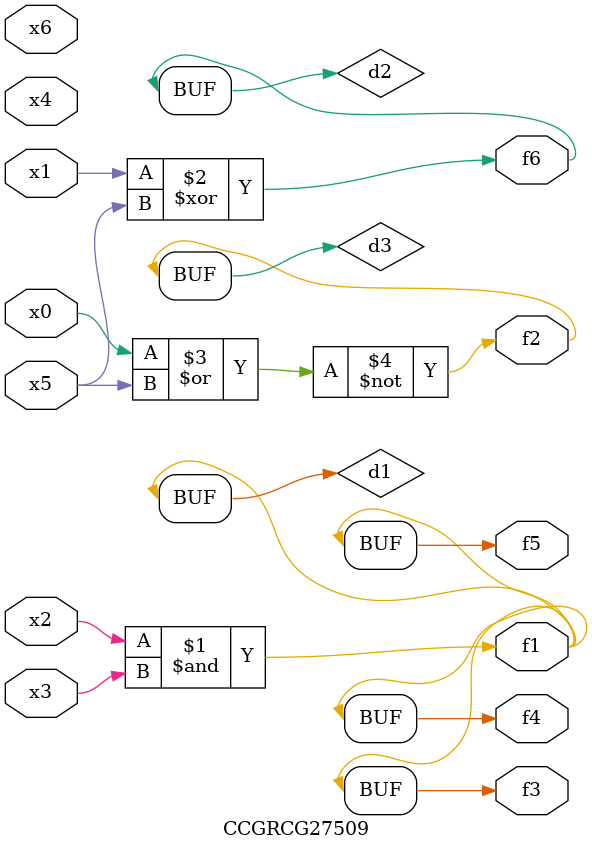
<source format=v>
module CCGRCG27509(
	input x0, x1, x2, x3, x4, x5, x6,
	output f1, f2, f3, f4, f5, f6
);

	wire d1, d2, d3;

	and (d1, x2, x3);
	xor (d2, x1, x5);
	nor (d3, x0, x5);
	assign f1 = d1;
	assign f2 = d3;
	assign f3 = d1;
	assign f4 = d1;
	assign f5 = d1;
	assign f6 = d2;
endmodule

</source>
